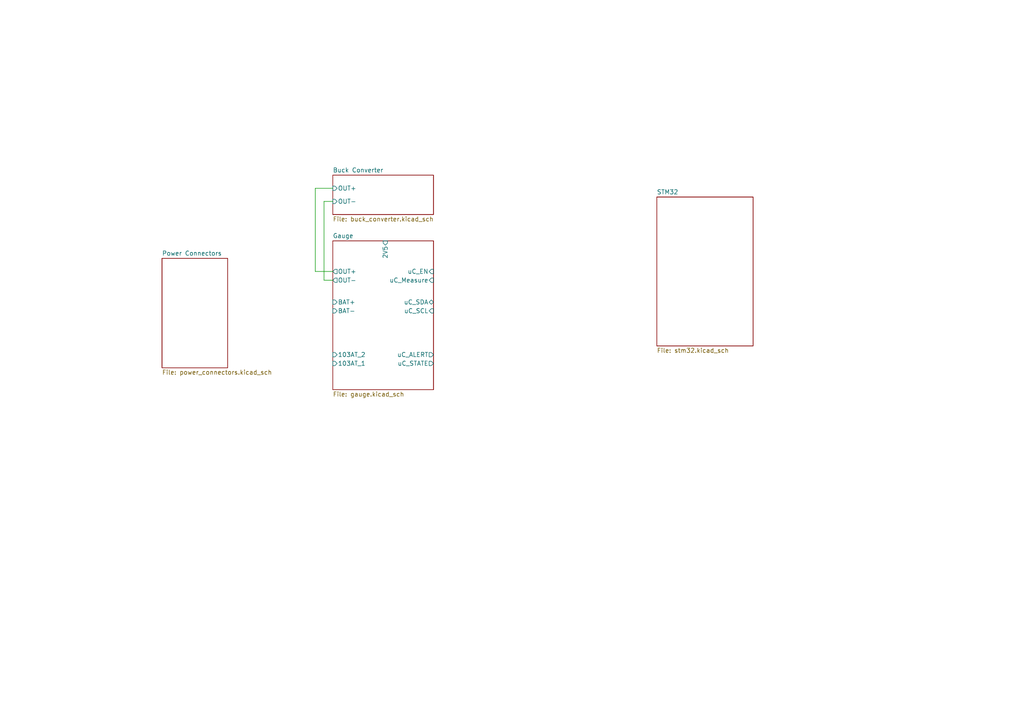
<source format=kicad_sch>
(kicad_sch
	(version 20250114)
	(generator "eeschema")
	(generator_version "9.0")
	(uuid "f251a449-7cc6-41b8-8cd7-3addc1f4c8b2")
	(paper "A4")
	(lib_symbols)
	(wire
		(pts
			(xy 91.44 78.74) (xy 91.44 54.61)
		)
		(stroke
			(width 0)
			(type default)
		)
		(uuid "21db3242-8d9b-48ee-b261-eff4fc196a6d")
	)
	(wire
		(pts
			(xy 96.52 78.74) (xy 91.44 78.74)
		)
		(stroke
			(width 0)
			(type default)
		)
		(uuid "2a23b351-4d28-48c0-8222-02173b410fab")
	)
	(wire
		(pts
			(xy 93.98 58.42) (xy 93.98 81.28)
		)
		(stroke
			(width 0)
			(type default)
		)
		(uuid "40fbc218-f53c-487b-96d3-bfc89d8661bc")
	)
	(wire
		(pts
			(xy 93.98 81.28) (xy 96.52 81.28)
		)
		(stroke
			(width 0)
			(type default)
		)
		(uuid "5a63bb3a-e294-4f75-bde2-ae512b1e771c")
	)
	(wire
		(pts
			(xy 91.44 54.61) (xy 96.52 54.61)
		)
		(stroke
			(width 0)
			(type default)
		)
		(uuid "984d8c72-fee5-4121-a250-e7b17db013fe")
	)
	(wire
		(pts
			(xy 96.52 58.42) (xy 93.98 58.42)
		)
		(stroke
			(width 0)
			(type default)
		)
		(uuid "a10c8ef8-b417-4564-beb3-3c02a881ee01")
	)
	(sheet
		(at 46.99 74.93)
		(size 19.05 31.75)
		(exclude_from_sim no)
		(in_bom yes)
		(on_board yes)
		(dnp no)
		(fields_autoplaced yes)
		(stroke
			(width 0.1524)
			(type solid)
		)
		(fill
			(color 0 0 0 0.0000)
		)
		(uuid "0439a766-85a2-4a1c-b2e7-29ef395918c8")
		(property "Sheetname" "Power Connectors"
			(at 46.99 74.2184 0)
			(effects
				(font
					(size 1.27 1.27)
				)
				(justify left bottom)
			)
		)
		(property "Sheetfile" "power_connectors.kicad_sch"
			(at 46.99 107.2646 0)
			(effects
				(font
					(size 1.27 1.27)
				)
				(justify left top)
			)
		)
		(instances
			(project "LiFePO4 Fuel Gauge"
				(path "/f251a449-7cc6-41b8-8cd7-3addc1f4c8b2"
					(page "2")
				)
			)
		)
	)
	(sheet
		(at 96.52 50.8)
		(size 29.21 11.43)
		(exclude_from_sim no)
		(in_bom yes)
		(on_board yes)
		(dnp no)
		(fields_autoplaced yes)
		(stroke
			(width 0.1524)
			(type solid)
		)
		(fill
			(color 0 0 0 0.0000)
		)
		(uuid "38b07a52-36fb-4df1-912c-0cdf5097b6cb")
		(property "Sheetname" "Buck Converter"
			(at 96.52 50.0884 0)
			(effects
				(font
					(size 1.27 1.27)
				)
				(justify left bottom)
			)
		)
		(property "Sheetfile" "buck_converter.kicad_sch"
			(at 96.52 62.8146 0)
			(effects
				(font
					(size 1.27 1.27)
				)
				(justify left top)
			)
		)
		(pin "OUT-" input
			(at 96.52 58.42 180)
			(uuid "c566ecce-e020-4636-9489-aff64689208b")
			(effects
				(font
					(size 1.27 1.27)
				)
				(justify left)
			)
		)
		(pin "OUT+" input
			(at 96.52 54.61 180)
			(uuid "3bda874b-4675-4831-9f5e-d204d5f0f93f")
			(effects
				(font
					(size 1.27 1.27)
				)
				(justify left)
			)
		)
		(instances
			(project "LiFePO4 Fuel Gauge"
				(path "/f251a449-7cc6-41b8-8cd7-3addc1f4c8b2"
					(page "5")
				)
			)
		)
	)
	(sheet
		(at 190.5 57.15)
		(size 27.94 43.18)
		(exclude_from_sim no)
		(in_bom yes)
		(on_board yes)
		(dnp no)
		(fields_autoplaced yes)
		(stroke
			(width 0.1524)
			(type solid)
		)
		(fill
			(color 0 0 0 0.0000)
		)
		(uuid "9aa67094-b123-454c-977c-8f0a24d50ae0")
		(property "Sheetname" "STM32"
			(at 190.5 56.4384 0)
			(effects
				(font
					(size 1.27 1.27)
				)
				(justify left bottom)
			)
		)
		(property "Sheetfile" "stm32.kicad_sch"
			(at 190.5 100.9146 0)
			(effects
				(font
					(size 1.27 1.27)
				)
				(justify left top)
			)
		)
		(instances
			(project "LiFePO4 Fuel Gauge"
				(path "/f251a449-7cc6-41b8-8cd7-3addc1f4c8b2"
					(page "4")
				)
			)
		)
	)
	(sheet
		(at 96.52 69.85)
		(size 29.21 43.18)
		(exclude_from_sim no)
		(in_bom yes)
		(on_board yes)
		(dnp no)
		(fields_autoplaced yes)
		(stroke
			(width 0.1524)
			(type solid)
		)
		(fill
			(color 0 0 0 0.0000)
		)
		(uuid "ec4eae8b-4bfa-4fed-bd57-4d7361c6d884")
		(property "Sheetname" "Gauge"
			(at 96.52 69.1384 0)
			(effects
				(font
					(size 1.27 1.27)
				)
				(justify left bottom)
			)
		)
		(property "Sheetfile" "gauge.kicad_sch"
			(at 96.52 113.6146 0)
			(effects
				(font
					(size 1.27 1.27)
				)
				(justify left top)
			)
		)
		(pin "OUT+" output
			(at 96.52 78.74 180)
			(uuid "4b5405b9-d669-4002-91a9-d37fbcee79bc")
			(effects
				(font
					(size 1.27 1.27)
				)
				(justify left)
			)
		)
		(pin "BAT-" input
			(at 96.52 90.17 180)
			(uuid "51a9ef12-31c0-4780-b99e-e212fbada025")
			(effects
				(font
					(size 1.27 1.27)
				)
				(justify left)
			)
		)
		(pin "2V5" input
			(at 111.76 69.85 90)
			(uuid "313e0770-ae32-4cd8-8585-5518f290bdf6")
			(effects
				(font
					(size 1.27 1.27)
				)
				(justify right)
			)
		)
		(pin "uC_EN" input
			(at 125.73 78.74 0)
			(uuid "0add0eff-7ec0-4ff2-864d-f56976d8c39f")
			(effects
				(font
					(size 1.27 1.27)
				)
				(justify right)
			)
		)
		(pin "OUT-" output
			(at 96.52 81.28 180)
			(uuid "50eaf6be-92ef-4603-adae-4b14a10f5d5c")
			(effects
				(font
					(size 1.27 1.27)
				)
				(justify left)
			)
		)
		(pin "uC_Measure" input
			(at 125.73 81.28 0)
			(uuid "45ec3b92-5a86-4fd4-abb1-463f2dda5f3a")
			(effects
				(font
					(size 1.27 1.27)
				)
				(justify right)
			)
		)
		(pin "103AT_2" input
			(at 96.52 102.87 180)
			(uuid "a44413b3-1672-482f-b0c0-bbfafc708eee")
			(effects
				(font
					(size 1.27 1.27)
				)
				(justify left)
			)
		)
		(pin "BAT+" input
			(at 96.52 87.63 180)
			(uuid "bd582473-4a4a-4cf0-bcf6-49ce3c82d86f")
			(effects
				(font
					(size 1.27 1.27)
				)
				(justify left)
			)
		)
		(pin "103AT_1" input
			(at 96.52 105.41 180)
			(uuid "a5dc3590-b543-45cb-81b2-2ef0b2839922")
			(effects
				(font
					(size 1.27 1.27)
				)
				(justify left)
			)
		)
		(pin "uC_SDA" bidirectional
			(at 125.73 87.63 0)
			(uuid "8c611f51-b5e1-4efa-a343-6bb2d51f9f33")
			(effects
				(font
					(size 1.27 1.27)
				)
				(justify right)
			)
		)
		(pin "uC_SCL" input
			(at 125.73 90.17 0)
			(uuid "a7e49f83-295a-46a7-b892-d2ec6fc61f28")
			(effects
				(font
					(size 1.27 1.27)
				)
				(justify right)
			)
		)
		(pin "uC_ALERT" output
			(at 125.73 102.87 0)
			(uuid "0300cc22-a4b8-4941-b65a-5fafe313e423")
			(effects
				(font
					(size 1.27 1.27)
				)
				(justify right)
			)
		)
		(pin "uC_STATE" output
			(at 125.73 105.41 0)
			(uuid "adcbf9f7-1c68-47fd-812a-392dfa8058d5")
			(effects
				(font
					(size 1.27 1.27)
				)
				(justify right)
			)
		)
		(instances
			(project "LiFePO4 Fuel Gauge"
				(path "/f251a449-7cc6-41b8-8cd7-3addc1f4c8b2"
					(page "3")
				)
			)
		)
	)
	(sheet_instances
		(path "/"
			(page "1")
		)
	)
	(embedded_fonts no)
)

</source>
